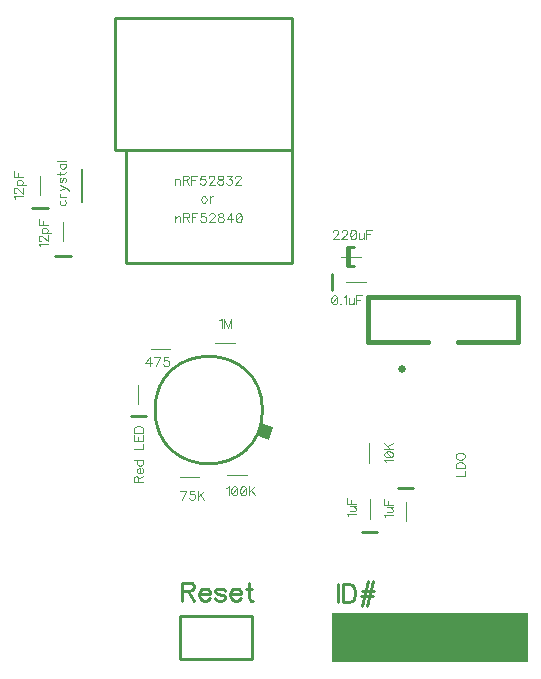
<source format=gbr>
G04 DipTrace 3.2.0.1*
G04 TopSilk.gbr*
%MOIN*%
G04 #@! TF.FileFunction,Legend,Top*
G04 #@! TF.Part,Single*
%ADD10C,0.009843*%
%ADD18C,0.003937*%
%ADD19C,0.007874*%
%ADD26C,0.025*%
%ADD27C,0.015748*%
%ADD62C,0.009264*%
%ADD63C,0.004632*%
%FSLAX26Y26*%
G04*
G70*
G90*
G75*
G01*
G04 TopSilk*
%LPD*%
X1277557Y1259846D2*
D10*
G02X1277557Y1259846I179148J0D01*
G01*
G36*
X1631001Y1217929D2*
X1672026Y1201986D1*
X1656168Y1160606D1*
X1615656Y1175474D1*
X1631001Y1217929D1*
G37*
X1247224Y1241365D2*
D10*
X1196083D1*
X1182283Y2127134D2*
X1733465D1*
Y1749213D1*
X1182283D1*
Y2127134D1*
X1142913Y2568110D2*
X1733465D1*
Y2127134D1*
X1142913D1*
Y2568110D1*
X2086634Y1000808D2*
X2137776D1*
X2018484Y854310D2*
X1967343D1*
X1360627Y430315D2*
X1600790D1*
Y574409D1*
X1360627D1*
Y430315D1*
D26*
X2099508Y1397931D3*
X2187008Y1485445D2*
D27*
X1987008D1*
Y1635448D1*
X2487008D1*
Y1485445D1*
X2287008D1*
X920059Y1932262D2*
D10*
X868917D1*
X996831Y1774782D2*
X945689D1*
X1866121Y1661437D2*
Y1712579D1*
X1924016Y1740583D2*
Y1803512D1*
X1916567Y1740583D2*
Y1803512D1*
Y1740583D2*
X1940126D1*
X1916567Y1803512D2*
X1940126D1*
X1262992Y1463780D2*
D18*
X1329134D1*
X1360236Y1037795D2*
X1424803Y1038189D1*
X1479134Y1483071D2*
X1545276D1*
X1518504Y1043701D2*
X1583071Y1044094D1*
X1221850Y1278937D2*
X1221457Y1343504D1*
X1033661Y1954921D2*
D19*
X1033465Y2063386D1*
X969882Y1823031D2*
D18*
X969488Y1887598D1*
X893504Y1976575D2*
X893110Y2041142D1*
X2114173Y888976D2*
X2114370Y953740D1*
X1990551Y1085039D2*
X1990748Y1149803D1*
X1992913Y897638D2*
X1993110Y962402D1*
X1898425Y1771654D2*
X1964567D1*
X1914567Y1685433D2*
X1980709D1*
G36*
X1866142Y582677D2*
X2520079D1*
Y419291D1*
X1866142D1*
Y582677D1*
G37*
X1515426Y999685D2*
D63*
X1518311Y1001144D1*
X1522622Y1005422D1*
Y975311D1*
X1540508Y1005422D2*
X1536197Y1003996D1*
X1533312Y999685D1*
X1531886Y992522D1*
Y988211D1*
X1533312Y981048D1*
X1536197Y976737D1*
X1540508Y975311D1*
X1543360D1*
X1547671Y976737D1*
X1550523Y981048D1*
X1551982Y988211D1*
Y992522D1*
X1550523Y999685D1*
X1547671Y1003996D1*
X1543360Y1005422D1*
X1540508D1*
X1550523Y999685D2*
X1533312Y981048D1*
X1569867Y1005422D2*
X1565556Y1003996D1*
X1562671Y999685D1*
X1561245Y992522D1*
Y988211D1*
X1562671Y981048D1*
X1565556Y976737D1*
X1569867Y975311D1*
X1572719D1*
X1577030Y976737D1*
X1579882Y981048D1*
X1581341Y988211D1*
Y992522D1*
X1579882Y999685D1*
X1577030Y1003996D1*
X1572719Y1005422D1*
X1569867D1*
X1579882Y999685D2*
X1562671Y981048D1*
X1590605Y1005455D2*
Y975311D1*
X1610701Y1005455D2*
X1590605Y985359D1*
X1597768Y992555D2*
X1610701Y975311D1*
X1367582Y961569D2*
X1381941Y991680D1*
X1361845D1*
X1408415D2*
X1394089D1*
X1392663Y978780D1*
X1394089Y980206D1*
X1398400Y981665D1*
X1402678D1*
X1406989Y980206D1*
X1409874Y977354D1*
X1411300Y973043D1*
Y970191D1*
X1409874Y965880D1*
X1406989Y962995D1*
X1402678Y961569D1*
X1398400D1*
X1394089Y962995D1*
X1392663Y964454D1*
X1391204Y967306D1*
X1420564Y991713D2*
Y961569D1*
X1440660Y991713D2*
X1420564Y971617D1*
X1427727Y978813D2*
X1440660Y961569D1*
X1492573Y1558759D2*
X1495458Y1560218D1*
X1499769Y1564496D1*
Y1534386D1*
X1531981D2*
Y1564530D1*
X1520507Y1534386D1*
X1509033Y1564530D1*
Y1534386D1*
X1259275Y1406039D2*
Y1436150D1*
X1244916Y1416087D1*
X1266438D1*
X1281438Y1406039D2*
X1295797Y1436150D1*
X1275701D1*
X1322272D2*
X1307946D1*
X1306520Y1423250D1*
X1307946Y1424676D1*
X1312257Y1426135D1*
X1316535D1*
X1320846Y1424676D1*
X1323731Y1421824D1*
X1325157Y1417513D1*
Y1414661D1*
X1323731Y1410350D1*
X1320846Y1407465D1*
X1316535Y1406039D1*
X1312257D1*
X1307946Y1407465D1*
X1306520Y1408924D1*
X1305061Y1411776D1*
X1222037Y1019208D2*
Y1032108D1*
X1220578Y1036419D1*
X1219152Y1037878D1*
X1216300Y1039304D1*
X1213415D1*
X1210563Y1037878D1*
X1209104Y1036419D1*
X1207678Y1032108D1*
Y1019208D1*
X1237822D1*
X1222037Y1029256D2*
X1237822Y1039304D1*
X1226348Y1048568D2*
Y1065779D1*
X1223463D1*
X1220578Y1064353D1*
X1219152Y1062927D1*
X1217726Y1060042D1*
Y1055731D1*
X1219152Y1052879D1*
X1222037Y1049994D1*
X1226348Y1048568D1*
X1229200D1*
X1233511Y1049994D1*
X1236363Y1052879D1*
X1237822Y1055731D1*
Y1060042D1*
X1236363Y1062927D1*
X1233511Y1065779D1*
X1207678Y1092253D2*
X1237822D1*
X1222037D2*
X1219152Y1089401D1*
X1217726Y1086516D1*
Y1082205D1*
X1219152Y1079353D1*
X1222037Y1076468D1*
X1226348Y1075042D1*
X1229200D1*
X1233511Y1076468D1*
X1236363Y1079353D1*
X1237822Y1082205D1*
Y1086516D1*
X1236363Y1089401D1*
X1233511Y1092253D1*
X1207678Y1130677D2*
X1237822D1*
Y1147888D1*
X1207678Y1175789D2*
Y1157152D1*
X1237822D1*
Y1175789D1*
X1222037Y1157152D2*
Y1168626D1*
X1207678Y1185052D2*
X1237822D1*
Y1195100D1*
X1236363Y1199411D1*
X1233511Y1202296D1*
X1230626Y1203722D1*
X1226348Y1205148D1*
X1219152D1*
X1214841Y1203722D1*
X1211989Y1202296D1*
X1209104Y1199411D1*
X1207678Y1195100D1*
Y1185052D1*
X1366604Y656282D2*
D62*
X1392404D1*
X1401026Y659200D1*
X1403944Y662052D1*
X1406796Y667756D1*
Y673526D1*
X1403944Y679230D1*
X1401026Y682148D1*
X1392404Y685000D1*
X1366604D1*
Y624712D1*
X1386700Y656282D2*
X1406796Y624712D1*
X1425323Y647660D2*
X1459745D1*
Y653430D1*
X1456893Y659200D1*
X1454041Y662052D1*
X1448271Y664904D1*
X1439649D1*
X1433945Y662052D1*
X1428175Y656282D1*
X1425323Y647660D1*
Y641956D1*
X1428175Y633334D1*
X1433945Y627630D1*
X1439649Y624712D1*
X1448271D1*
X1454041Y627630D1*
X1459745Y633334D1*
X1509842Y656282D2*
X1506990Y662052D1*
X1498368Y664904D1*
X1489746D1*
X1481124Y662052D1*
X1478272Y656282D1*
X1481124Y650578D1*
X1486894Y647660D1*
X1501220Y644808D1*
X1506990Y641956D1*
X1509842Y636186D1*
Y633334D1*
X1506990Y627630D1*
X1498368Y624712D1*
X1489746D1*
X1481124Y627630D1*
X1478272Y633334D1*
X1528369Y647660D2*
X1562791D1*
Y653430D1*
X1559939Y659200D1*
X1557087Y662052D1*
X1551317Y664904D1*
X1542695D1*
X1536991Y662052D1*
X1531221Y656282D1*
X1528369Y647660D1*
Y641956D1*
X1531221Y633334D1*
X1536991Y627630D1*
X1542695Y624712D1*
X1551317D1*
X1557087Y627630D1*
X1562791Y633334D1*
X1589940Y685000D2*
Y636186D1*
X1592792Y627630D1*
X1598562Y624712D1*
X1604266D1*
X1581318Y664904D2*
X1601414D1*
X895053Y1805320D2*
D63*
X893594Y1808205D1*
X889316Y1812516D1*
X919427D1*
X896479Y1823239D2*
X895053D1*
X892168Y1824665D1*
X890742Y1826091D1*
X889316Y1828976D1*
Y1834713D1*
X890742Y1837565D1*
X892168Y1838990D1*
X895053Y1840450D1*
X897905D1*
X900790Y1838990D1*
X905068Y1836139D1*
X919427Y1821780D1*
Y1841875D1*
X899331Y1851139D2*
X929475D1*
X903642D2*
X900790Y1854024D1*
X899331Y1856876D1*
Y1861187D1*
X900790Y1864072D1*
X903642Y1866924D1*
X907953Y1868383D1*
X910838D1*
X915116Y1866924D1*
X918001Y1864072D1*
X919427Y1861187D1*
Y1856876D1*
X918001Y1854024D1*
X915116Y1851139D1*
X889283Y1896317D2*
Y1877647D1*
X919427D1*
X903642D2*
Y1889121D1*
X811982Y1964769D2*
X810523Y1967654D1*
X806245Y1971965D1*
X836356D1*
X813408Y1982688D2*
X811982D1*
X809097Y1984113D1*
X807671Y1985539D1*
X806245Y1988424D1*
Y1994161D1*
X807671Y1997013D1*
X809097Y1998439D1*
X811982Y1999898D1*
X814834D1*
X817719Y1998439D1*
X821997Y1995587D1*
X836356Y1981228D1*
Y2001324D1*
X816260Y2010588D2*
X846404D1*
X820571D2*
X817719Y2013473D1*
X816260Y2016325D1*
Y2020636D1*
X817719Y2023521D1*
X820571Y2026373D1*
X824882Y2027832D1*
X827767D1*
X832045Y2026373D1*
X834930Y2023521D1*
X836356Y2020636D1*
Y2016325D1*
X834930Y2013473D1*
X832045Y2010588D1*
X806212Y2055766D2*
Y2037096D1*
X836356Y2037095D1*
X820571D2*
Y2048569D1*
X964557Y1960468D2*
X961672Y1957583D1*
X960246Y1954698D1*
Y1950420D1*
X961671Y1947535D1*
X964557Y1944683D1*
X968868Y1943224D1*
X971719D1*
X976031Y1944683D1*
X978882Y1947535D1*
X980342Y1950420D1*
Y1954698D1*
X978882Y1957583D1*
X976031Y1960468D1*
X960246Y1969732D2*
X980342D1*
X968868D2*
X964557Y1971191D1*
X961672Y1974043D1*
X960246Y1976928D1*
Y1981239D1*
Y1991961D2*
X980342Y2000550D1*
X986079Y1997698D1*
X988964Y1994813D1*
X990390Y1991961D1*
Y1990502D1*
X960246Y2009172D2*
X980342Y2000550D1*
X964557Y2034221D2*
X961672Y2032795D1*
X960246Y2028484D1*
Y2024173D1*
X961672Y2019862D1*
X964557Y2018436D1*
X967408Y2019862D1*
X968868Y2022747D1*
X970294Y2029910D1*
X971720Y2032795D1*
X974605Y2034221D1*
X976031D1*
X978882Y2032795D1*
X980342Y2028484D1*
Y2024173D1*
X978882Y2019862D1*
X976031Y2018436D1*
X950198Y2047795D2*
X974605D1*
X978882Y2049221D1*
X980342Y2052107D1*
Y2054958D1*
X960246Y2043484D2*
Y2053532D1*
Y2081433D2*
X980342D1*
X964557D2*
X961672Y2078581D1*
X960246Y2075696D1*
Y2071418D1*
X961672Y2068533D1*
X964557Y2065681D1*
X968868Y2064222D1*
X971720D1*
X976031Y2065681D1*
X978882Y2068533D1*
X980342Y2071418D1*
Y2075696D1*
X978882Y2078581D1*
X976031Y2081433D1*
X950198Y2090696D2*
X980342D1*
X2047079Y1085577D2*
X2045620Y1088462D1*
X2041342Y1092773D1*
X2071453D1*
X2041342Y1110659D2*
X2042768Y1106348D1*
X2047079Y1103463D1*
X2054242Y1102037D1*
X2058553D1*
X2065716Y1103463D1*
X2070027Y1106348D1*
X2071453Y1110659D1*
Y1113511D1*
X2070027Y1117822D1*
X2065716Y1120674D1*
X2058553Y1122133D1*
X2054242D1*
X2047079Y1120674D1*
X2042768Y1117822D1*
X2041342Y1113511D1*
Y1110659D1*
X2047079Y1120674D2*
X2065716Y1103463D1*
X2041309Y1131396D2*
X2071453D1*
X2041309Y1151492D2*
X2061405Y1131396D1*
X2054209Y1138559D2*
X2071453Y1151492D1*
X1922445Y906668D2*
X1920986Y909553D1*
X1916708Y913864D1*
X1946819D1*
X1926723Y923127D2*
X1941082D1*
X1945360Y924553D1*
X1946819Y927438D1*
Y931749D1*
X1945360Y934601D1*
X1941082Y938912D1*
X1926723D2*
X1946819D1*
X1916675Y966846D2*
Y948176D1*
X1946819D1*
X1931034D2*
Y959650D1*
X2045280Y903124D2*
X2043821Y906009D1*
X2039543Y910321D1*
X2069654Y910320D1*
X2049558Y919584D2*
X2063917D1*
X2068195Y921010D1*
X2069654Y923895D1*
Y928206D1*
X2068195Y931058D1*
X2063917Y935369D1*
X2049558D2*
X2069654D1*
X2039510Y963303D2*
Y944633D1*
X2069654Y944632D1*
X2053869D2*
Y956106D1*
X2280061Y1038951D2*
X2310205D1*
Y1056162D1*
X2280061Y1065426D2*
X2310205D1*
Y1075474D1*
X2308746Y1079785D1*
X2305894Y1082670D1*
X2303009Y1084096D1*
X2298731Y1085522D1*
X2291535D1*
X2287224Y1084096D1*
X2284372Y1082670D1*
X2281487Y1079785D1*
X2280061Y1075474D1*
Y1065426D1*
Y1103407D2*
X2281487Y1100522D1*
X2284372Y1097670D1*
X2287224Y1096211D1*
X2291535Y1094785D1*
X2298731D1*
X2303009Y1096211D1*
X2305894Y1097670D1*
X2308746Y1100522D1*
X2310205Y1103407D1*
Y1109144D1*
X2308746Y1111996D1*
X2305894Y1114881D1*
X2303009Y1116307D1*
X2298731Y1117733D1*
X2291535D1*
X2287224Y1116307D1*
X2284372Y1114881D1*
X2281487Y1111996D1*
X2280061Y1109144D1*
Y1103407D1*
X1344522Y2031272D2*
Y2011176D1*
Y2025535D2*
X1348833Y2029846D1*
X1351718Y2031272D1*
X1355996D1*
X1358881Y2029846D1*
X1360307Y2025535D1*
Y2011176D1*
X1369570Y2026961D2*
X1382470D1*
X1386781Y2028420D1*
X1388240Y2029846D1*
X1389666Y2032697D1*
Y2035583D1*
X1388240Y2038434D1*
X1386781Y2039894D1*
X1382470Y2041320D1*
X1369570D1*
Y2011176D1*
X1379618Y2026961D2*
X1389666Y2011176D1*
X1417600Y2041320D2*
X1398930D1*
Y2011176D1*
Y2026961D2*
X1410404D1*
X1444075Y2041286D2*
X1429749D1*
X1428323Y2028386D1*
X1429749Y2029812D1*
X1434060Y2031272D1*
X1438338D1*
X1442649Y2029812D1*
X1445534Y2026961D1*
X1446960Y2022649D1*
Y2019798D1*
X1445534Y2015487D1*
X1442649Y2012601D1*
X1438338Y2011176D1*
X1434060D1*
X1429749Y2012601D1*
X1428323Y2014061D1*
X1426864Y2016913D1*
X1457682Y2034123D2*
Y2035549D1*
X1459108Y2038434D1*
X1460534Y2039860D1*
X1463419Y2041286D1*
X1469156D1*
X1472008Y2039860D1*
X1473434Y2038434D1*
X1474893Y2035549D1*
Y2032697D1*
X1473434Y2029812D1*
X1470582Y2025535D1*
X1456223Y2011176D1*
X1476319D1*
X1492746Y2041286D2*
X1488468Y2039860D1*
X1487009Y2037009D1*
Y2034123D1*
X1488468Y2031272D1*
X1491320Y2029812D1*
X1497057Y2028386D1*
X1501368Y2026961D1*
X1504220Y2024075D1*
X1505646Y2021224D1*
Y2016913D1*
X1504220Y2014061D1*
X1502794Y2012601D1*
X1498483Y2011176D1*
X1492746D1*
X1488468Y2012601D1*
X1487009Y2014061D1*
X1485583Y2016913D1*
Y2021224D1*
X1487009Y2024075D1*
X1489894Y2026961D1*
X1494172Y2028386D1*
X1499909Y2029812D1*
X1502794Y2031272D1*
X1504220Y2034123D1*
Y2037009D1*
X1502794Y2039860D1*
X1498483Y2041286D1*
X1492746D1*
X1517794D2*
X1533546D1*
X1524957Y2029812D1*
X1529268D1*
X1532120Y2028386D1*
X1533546Y2026961D1*
X1535005Y2022649D1*
Y2019798D1*
X1533546Y2015487D1*
X1530694Y2012601D1*
X1526383Y2011176D1*
X1522072D1*
X1517794Y2012601D1*
X1516368Y2014061D1*
X1514909Y2016913D1*
X1545728Y2034123D2*
Y2035549D1*
X1547154Y2038434D1*
X1548580Y2039860D1*
X1551465Y2041286D1*
X1557202D1*
X1560054Y2039860D1*
X1561480Y2038434D1*
X1562939Y2035549D1*
Y2032697D1*
X1561480Y2029812D1*
X1558628Y2025535D1*
X1544269Y2011176D1*
X1564365D1*
X1345703Y1906468D2*
Y1886372D1*
Y1900731D2*
X1350014Y1905042D1*
X1352899Y1906468D1*
X1357177D1*
X1360062Y1905042D1*
X1361488Y1900731D1*
Y1886372D1*
X1370752Y1902157D2*
X1383651D1*
X1387962Y1903616D1*
X1389422Y1905042D1*
X1390848Y1907894D1*
Y1910779D1*
X1389422Y1913631D1*
X1387962Y1915090D1*
X1383651Y1916516D1*
X1370752D1*
Y1886372D1*
X1380800Y1902157D2*
X1390848Y1886372D1*
X1418781Y1916516D2*
X1400111D1*
Y1886372D1*
Y1902157D2*
X1411585D1*
X1445256Y1916483D2*
X1430930D1*
X1429504Y1903583D1*
X1430930Y1905009D1*
X1435241Y1906468D1*
X1439519D1*
X1443830Y1905009D1*
X1446715Y1902157D1*
X1448141Y1897846D1*
Y1894994D1*
X1446715Y1890683D1*
X1443830Y1887798D1*
X1439519Y1886372D1*
X1435241D1*
X1430930Y1887798D1*
X1429504Y1889257D1*
X1428045Y1892109D1*
X1458863Y1909320D2*
Y1910746D1*
X1460289Y1913631D1*
X1461715Y1915057D1*
X1464600Y1916483D1*
X1470337D1*
X1473189Y1915057D1*
X1474615Y1913631D1*
X1476074Y1910746D1*
Y1907894D1*
X1474615Y1905009D1*
X1471763Y1900731D1*
X1457404Y1886372D1*
X1477500D1*
X1493927Y1916483D2*
X1489649Y1915057D1*
X1488190Y1912205D1*
Y1909320D1*
X1489649Y1906468D1*
X1492501Y1905009D1*
X1498238Y1903583D1*
X1502549Y1902157D1*
X1505401Y1899272D1*
X1506827Y1896420D1*
Y1892109D1*
X1505401Y1889257D1*
X1503975Y1887798D1*
X1499664Y1886372D1*
X1493927D1*
X1489649Y1887798D1*
X1488190Y1889257D1*
X1486764Y1892109D1*
Y1896420D1*
X1488190Y1899272D1*
X1491075Y1902157D1*
X1495353Y1903583D1*
X1501090Y1905009D1*
X1503975Y1906468D1*
X1505401Y1909320D1*
Y1912205D1*
X1503975Y1915057D1*
X1499664Y1916483D1*
X1493927D1*
X1530449Y1886372D2*
Y1916483D1*
X1516090Y1896420D1*
X1537612D1*
X1555498Y1916483D2*
X1551187Y1915057D1*
X1548302Y1910746D1*
X1546876Y1903583D1*
Y1899272D1*
X1548302Y1892109D1*
X1551187Y1887798D1*
X1555498Y1886372D1*
X1558350D1*
X1562661Y1887798D1*
X1565513Y1892109D1*
X1566972Y1899272D1*
Y1903583D1*
X1565513Y1910746D1*
X1562661Y1915057D1*
X1558350Y1916483D1*
X1555498D1*
X1565513Y1910746D2*
X1548302Y1892109D1*
X1438693Y1971823D2*
X1435841Y1970397D1*
X1432956Y1967512D1*
X1431530Y1963201D1*
Y1960349D1*
X1432956Y1956038D1*
X1435841Y1953186D1*
X1438693Y1951727D1*
X1443004D1*
X1445889Y1953186D1*
X1448741Y1956038D1*
X1450200Y1960349D1*
Y1963201D1*
X1448741Y1967512D1*
X1445889Y1970397D1*
X1443004Y1971823D1*
X1438693D1*
X1459463D2*
Y1951727D1*
Y1963201D2*
X1460923Y1967512D1*
X1463774Y1970397D1*
X1466659Y1971823D1*
X1470971D1*
X1870820Y1852986D2*
Y1854412D1*
X1872246Y1857297D1*
X1873672Y1858723D1*
X1876557Y1860149D1*
X1882294D1*
X1885145Y1858723D1*
X1886571Y1857297D1*
X1888031Y1854412D1*
Y1851560D1*
X1886571Y1848675D1*
X1883720Y1844397D1*
X1869361Y1830038D1*
X1889457D1*
X1900179Y1852986D2*
Y1854412D1*
X1901605Y1857297D1*
X1903031Y1858723D1*
X1905916Y1860149D1*
X1911653D1*
X1914505Y1858723D1*
X1915931Y1857297D1*
X1917390Y1854412D1*
Y1851560D1*
X1915931Y1848675D1*
X1913079Y1844397D1*
X1898720Y1830038D1*
X1918816D1*
X1936702Y1860149D2*
X1932391Y1858723D1*
X1929506Y1854412D1*
X1928080Y1847249D1*
Y1842938D1*
X1929506Y1835775D1*
X1932391Y1831464D1*
X1936702Y1830038D1*
X1939554D1*
X1943865Y1831464D1*
X1946716Y1835775D1*
X1948176Y1842938D1*
Y1847249D1*
X1946716Y1854412D1*
X1943865Y1858723D1*
X1939554Y1860149D1*
X1936702D1*
X1946716Y1854412D2*
X1929506Y1835775D1*
X1957439Y1850134D2*
Y1835775D1*
X1958865Y1831497D1*
X1961750Y1830038D1*
X1966061D1*
X1968913Y1831497D1*
X1973224Y1835775D1*
Y1850134D2*
Y1830038D1*
X2001158Y1860182D2*
X1982488D1*
Y1830038D1*
Y1845823D2*
X1993962D1*
X1874439Y1642038D2*
X1870128Y1640612D1*
X1867243Y1636301D1*
X1865817Y1629138D1*
Y1624827D1*
X1867243Y1617664D1*
X1870128Y1613353D1*
X1874439Y1611928D1*
X1877291D1*
X1881602Y1613353D1*
X1884454Y1617664D1*
X1885913Y1624827D1*
Y1629138D1*
X1884454Y1636301D1*
X1881602Y1640612D1*
X1877291Y1642038D1*
X1874439D1*
X1884454Y1636301D2*
X1867243Y1617664D1*
X1896603Y1614813D2*
X1895177Y1613353D1*
X1896603Y1611928D1*
X1898062Y1613353D1*
X1896603Y1614813D1*
X1907325Y1636301D2*
X1910210Y1637760D1*
X1914521Y1642038D1*
Y1611928D1*
X1923785Y1632024D2*
Y1617664D1*
X1925211Y1613387D1*
X1928096Y1611928D1*
X1932407D1*
X1935259Y1613387D1*
X1939570Y1617664D1*
Y1632024D2*
Y1611928D1*
X1967504Y1642072D2*
X1948834D1*
Y1611928D1*
Y1627712D2*
X1960307D1*
X1886683Y679488D2*
D62*
Y619200D1*
X1905210Y679488D2*
Y619200D1*
X1925306D1*
X1933928Y622118D1*
X1939698Y627822D1*
X1942550Y633592D1*
X1945402Y642148D1*
Y656540D1*
X1942550Y665162D1*
X1939698Y670866D1*
X1933928Y676636D1*
X1925306Y679488D1*
X1905210D1*
X1986877Y690929D2*
X1966847Y607693D1*
X2004121Y690929D2*
X1984025Y607693D1*
X1966847Y657933D2*
X2006973D1*
X1963929Y640689D2*
X2004121D1*
M02*

</source>
